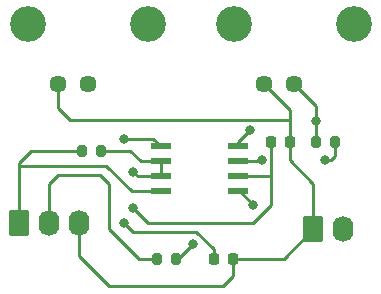
<source format=gbr>
%TF.GenerationSoftware,KiCad,Pcbnew,(5.99.0-11014-g82f3df4086)*%
%TF.CreationDate,2021-07-07T15:05:38-04:00*%
%TF.ProjectId,DigitimerPulseExtender,44696769-7469-46d6-9572-50756c736545,rev?*%
%TF.SameCoordinates,Original*%
%TF.FileFunction,Copper,L1,Top*%
%TF.FilePolarity,Positive*%
%FSLAX46Y46*%
G04 Gerber Fmt 4.6, Leading zero omitted, Abs format (unit mm)*
G04 Created by KiCad (PCBNEW (5.99.0-11014-g82f3df4086)) date 2021-07-07 15:05:38*
%MOMM*%
%LPD*%
G01*
G04 APERTURE LIST*
G04 Aperture macros list*
%AMRoundRect*
0 Rectangle with rounded corners*
0 $1 Rounding radius*
0 $2 $3 $4 $5 $6 $7 $8 $9 X,Y pos of 4 corners*
0 Add a 4 corners polygon primitive as box body*
4,1,4,$2,$3,$4,$5,$6,$7,$8,$9,$2,$3,0*
0 Add four circle primitives for the rounded corners*
1,1,$1+$1,$2,$3*
1,1,$1+$1,$4,$5*
1,1,$1+$1,$6,$7*
1,1,$1+$1,$8,$9*
0 Add four rect primitives between the rounded corners*
20,1,$1+$1,$2,$3,$4,$5,0*
20,1,$1+$1,$4,$5,$6,$7,0*
20,1,$1+$1,$6,$7,$8,$9,0*
20,1,$1+$1,$8,$9,$2,$3,0*%
G04 Aperture macros list end*
%TA.AperFunction,SMDPad,CuDef*%
%ADD10R,1.701800X0.609600*%
%TD*%
%TA.AperFunction,SMDPad,CuDef*%
%ADD11RoundRect,0.200000X-0.200000X-0.275000X0.200000X-0.275000X0.200000X0.275000X-0.200000X0.275000X0*%
%TD*%
%TA.AperFunction,ComponentPad*%
%ADD12RoundRect,0.250000X-0.620000X-0.845000X0.620000X-0.845000X0.620000X0.845000X-0.620000X0.845000X0*%
%TD*%
%TA.AperFunction,ComponentPad*%
%ADD13O,1.740000X2.190000*%
%TD*%
%TA.AperFunction,ComponentPad*%
%ADD14C,1.446000*%
%TD*%
%TA.AperFunction,ComponentPad*%
%ADD15C,3.015000*%
%TD*%
%TA.AperFunction,SMDPad,CuDef*%
%ADD16RoundRect,0.225000X-0.225000X-0.250000X0.225000X-0.250000X0.225000X0.250000X-0.225000X0.250000X0*%
%TD*%
%TA.AperFunction,ViaPad*%
%ADD17C,0.800000*%
%TD*%
%TA.AperFunction,Conductor*%
%ADD18C,0.250000*%
%TD*%
G04 APERTURE END LIST*
D10*
%TO.P,U1,1,GND*%
%TO.N,GND*%
X56337200Y-60071000D03*
%TO.P,U1,2,TRI*%
%TO.N,Net-(C1-Pad1)*%
X56337200Y-58801000D03*
%TO.P,U1,3,OUT*%
%TO.N,Output*%
X56337200Y-57531000D03*
%TO.P,U1,4,RES*%
%TO.N,Input*%
X56337200Y-56261000D03*
%TO.P,U1,5,CON*%
%TO.N,Net-(C2-Pad1)*%
X49834800Y-56261000D03*
%TO.P,U1,6,TRE*%
%TO.N,Net-(C1-Pad1)*%
X49834800Y-57531000D03*
%TO.P,U1,7,DIS*%
X49834800Y-58801000D03*
%TO.P,U1,8,VCC+*%
%TO.N,Power*%
X49834800Y-60071000D03*
%TD*%
D11*
%TO.P,R3,1*%
%TO.N,LED_PWR*%
X49467000Y-65786000D03*
%TO.P,R3,2*%
%TO.N,Net-(D1-Pad2)*%
X51117000Y-65786000D03*
%TD*%
%TO.P,R2,1*%
%TO.N,Input*%
X62929000Y-55880000D03*
%TO.P,R2,2*%
%TO.N,Output*%
X64579000Y-55880000D03*
%TD*%
%TO.P,R1,1*%
%TO.N,Power*%
X43117000Y-56642000D03*
%TO.P,R1,2*%
%TO.N,Net-(C1-Pad1)*%
X44767000Y-56642000D03*
%TD*%
D12*
%TO.P,J3,1,Pin_1*%
%TO.N,Power*%
X37846000Y-62738000D03*
D13*
%TO.P,J3,2,Pin_2*%
%TO.N,LED_PWR*%
X40386000Y-62738000D03*
%TO.P,J3,3,Pin_3*%
%TO.N,GND*%
X42926000Y-62738000D03*
%TD*%
D14*
%TO.P,J2,1,In*%
%TO.N,GND*%
X41087000Y-51046464D03*
%TO.P,J2,2,Ext*%
%TO.N,Output*%
X43627000Y-51046464D03*
D15*
%TO.P,J2,3*%
%TO.N,N/C*%
X48707000Y-45966464D03*
%TO.P,J2,4*%
X38547000Y-45966464D03*
%TD*%
D14*
%TO.P,J1,1,In*%
%TO.N,GND*%
X58587000Y-51046464D03*
%TO.P,J1,2,Ext*%
%TO.N,Input*%
X61127000Y-51046464D03*
D15*
%TO.P,J1,3*%
%TO.N,N/C*%
X66207000Y-45966464D03*
%TO.P,J1,4*%
X56047000Y-45966464D03*
%TD*%
D12*
%TO.P,D1,1,K*%
%TO.N,GND*%
X62738000Y-63266000D03*
D13*
%TO.P,D1,2,A*%
%TO.N,Net-(D1-Pad2)*%
X65278000Y-63266000D03*
%TD*%
D16*
%TO.P,C2,1*%
%TO.N,Net-(C2-Pad1)*%
X54343000Y-65786000D03*
%TO.P,C2,2*%
%TO.N,GND*%
X55893000Y-65786000D03*
%TD*%
%TO.P,C1,1*%
%TO.N,Net-(C1-Pad1)*%
X59169000Y-55880000D03*
%TO.P,C1,2*%
%TO.N,GND*%
X60719000Y-55880000D03*
%TD*%
D17*
%TO.N,Input*%
X62929000Y-54165000D03*
%TO.N,Net-(D1-Pad2)*%
X52578000Y-64516000D03*
%TO.N,Net-(C2-Pad1)*%
X46736000Y-55626000D03*
X46736000Y-62738000D03*
%TO.N,Input*%
X57404000Y-54864000D03*
%TO.N,Output*%
X63754000Y-57404000D03*
X58420000Y-57404000D03*
%TO.N,GND*%
X57658000Y-61214000D03*
%TO.N,Net-(C1-Pad1)*%
X47498000Y-61468000D03*
X47498000Y-58420000D03*
%TD*%
D18*
%TO.N,Input*%
X62929000Y-54165000D02*
X62929000Y-52848464D01*
X56337200Y-56261000D02*
X56337200Y-55930800D01*
X56337200Y-55930800D02*
X57404000Y-54864000D01*
%TO.N,Net-(D1-Pad2)*%
X51117000Y-65786000D02*
X51308000Y-65786000D01*
X51308000Y-65786000D02*
X52578000Y-64516000D01*
%TO.N,Net-(C2-Pad1)*%
X46736000Y-55626000D02*
X49199800Y-55626000D01*
X49199800Y-55626000D02*
X49834800Y-56261000D01*
X54343000Y-65786000D02*
X54343000Y-65011000D01*
X54343000Y-65011000D02*
X52832000Y-63500000D01*
X52832000Y-63500000D02*
X47498000Y-63500000D01*
X47498000Y-63500000D02*
X46736000Y-62738000D01*
%TO.N,LED_PWR*%
X49467000Y-65786000D02*
X48006000Y-65786000D01*
X48006000Y-65786000D02*
X45466000Y-63246000D01*
X45466000Y-63246000D02*
X45466000Y-59436000D01*
X45466000Y-59436000D02*
X44704000Y-58674000D01*
X44704000Y-58674000D02*
X41148000Y-58674000D01*
X41148000Y-58674000D02*
X40386000Y-59436000D01*
X40386000Y-59436000D02*
X40386000Y-62738000D01*
%TO.N,Input*%
X62929000Y-55880000D02*
X62929000Y-54165000D01*
X62929000Y-52848464D02*
X61127000Y-51046464D01*
%TO.N,Output*%
X63754000Y-57404000D02*
X64262000Y-57404000D01*
X64262000Y-57404000D02*
X64579000Y-57087000D01*
X64579000Y-57087000D02*
X64579000Y-55880000D01*
X56337200Y-57531000D02*
X58293000Y-57531000D01*
X58293000Y-57531000D02*
X58420000Y-57404000D01*
%TO.N,GND*%
X42926000Y-62738000D02*
X42926000Y-65532000D01*
X42926000Y-65532000D02*
X45466000Y-68072000D01*
X45466000Y-68072000D02*
X55118000Y-68072000D01*
X55118000Y-68072000D02*
X55893000Y-67297000D01*
X55893000Y-67297000D02*
X55893000Y-65786000D01*
X60719000Y-55880000D02*
X60719000Y-54089000D01*
X60719000Y-54089000D02*
X60719000Y-53178464D01*
X41087000Y-51046464D02*
X41087000Y-53025000D01*
X41087000Y-53025000D02*
X42151000Y-54089000D01*
X42151000Y-54089000D02*
X60719000Y-54089000D01*
X55893000Y-65786000D02*
X60218000Y-65786000D01*
X60218000Y-65786000D02*
X62738000Y-63266000D01*
X56337200Y-60071000D02*
X56515000Y-60071000D01*
X56515000Y-60071000D02*
X57658000Y-61214000D01*
X60719000Y-53178464D02*
X58587000Y-51046464D01*
X60719000Y-55880000D02*
X60719000Y-57417000D01*
X60719000Y-57417000D02*
X62738000Y-59436000D01*
X62738000Y-59436000D02*
X62738000Y-63266000D01*
%TO.N,Net-(C1-Pad1)*%
X59169000Y-55880000D02*
X59169000Y-58915000D01*
X59169000Y-58915000D02*
X59182000Y-58928000D01*
X47498000Y-61468000D02*
X48768000Y-62738000D01*
X48768000Y-62738000D02*
X57658000Y-62738000D01*
X57658000Y-62738000D02*
X59182000Y-61214000D01*
X59182000Y-61214000D02*
X59182000Y-58928000D01*
X59182000Y-58928000D02*
X59055000Y-58801000D01*
X59055000Y-58801000D02*
X56337200Y-58801000D01*
X49834800Y-58801000D02*
X47879000Y-58801000D01*
X47879000Y-58801000D02*
X47498000Y-58420000D01*
X49834800Y-57531000D02*
X48133000Y-57531000D01*
X48133000Y-57531000D02*
X47244000Y-56642000D01*
X47244000Y-56642000D02*
X44767000Y-56642000D01*
X49834800Y-57531000D02*
X49834800Y-58801000D01*
%TO.N,Power*%
X37846000Y-57912000D02*
X37846000Y-57658000D01*
X37846000Y-62738000D02*
X37846000Y-57912000D01*
X49834800Y-60071000D02*
X47371000Y-60071000D01*
X47371000Y-60071000D02*
X45212000Y-57912000D01*
X45212000Y-57912000D02*
X37846000Y-57912000D01*
X37846000Y-57658000D02*
X38862000Y-56642000D01*
X38862000Y-56642000D02*
X43117000Y-56642000D01*
%TD*%
M02*

</source>
